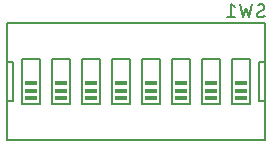
<source format=gbr>
G04 EAGLE Gerber RS-274X export*
G75*
%MOMM*%
%FSLAX34Y34*%
%LPD*%
%INSilkscreen Bottom*%
%IPPOS*%
%AMOC8*
5,1,8,0,0,1.08239X$1,22.5*%
G01*
%ADD10C,0.152400*%
%ADD11R,1.016000X0.381000*%
%ADD12C,0.127000*%


D10*
X389890Y280670D02*
X171450Y280670D01*
X171450Y379730D02*
X389890Y379730D01*
X389890Y346710D01*
X389890Y313690D02*
X384810Y313690D01*
X384810Y346710D01*
X389890Y346710D01*
X389890Y313690D02*
X389890Y280670D01*
X389890Y313690D02*
X389890Y346710D01*
X171450Y313690D02*
X171450Y280670D01*
X171450Y346710D02*
X176530Y346710D01*
X176530Y313690D01*
X171450Y313690D01*
X171450Y346710D02*
X171450Y379730D01*
X171450Y346710D02*
X171450Y313690D01*
X199390Y311150D02*
X199390Y349250D01*
X184150Y349250D01*
X184150Y311150D01*
X199390Y311150D01*
X224790Y311150D02*
X224790Y349250D01*
X209550Y349250D01*
X209550Y311150D01*
X224790Y311150D01*
X250190Y311150D02*
X250190Y349250D01*
X234950Y349250D01*
X234950Y311150D01*
X250190Y311150D01*
X275590Y311150D02*
X275590Y349250D01*
X260350Y349250D01*
X260350Y311150D01*
X275590Y311150D01*
X300990Y311150D02*
X300990Y349250D01*
X285750Y349250D01*
X285750Y311150D01*
X300990Y311150D01*
X326390Y311150D02*
X326390Y349250D01*
X311150Y349250D01*
X311150Y311150D01*
X326390Y311150D01*
X351790Y311150D02*
X351790Y349250D01*
X336550Y349250D01*
X336550Y311150D01*
X351790Y311150D01*
X377190Y311150D02*
X377190Y349250D01*
X361950Y349250D01*
X361950Y311150D01*
X377190Y311150D01*
D11*
X191770Y328295D03*
X191770Y321945D03*
X191770Y315595D03*
X217170Y328295D03*
X217170Y321945D03*
X217170Y315595D03*
X242570Y328295D03*
X242570Y321945D03*
X242570Y315595D03*
X267970Y328295D03*
X267970Y321945D03*
X267970Y315595D03*
X293370Y328295D03*
X293370Y321945D03*
X293370Y315595D03*
X318770Y328295D03*
X318770Y321945D03*
X318770Y315595D03*
X344170Y328295D03*
X344170Y321945D03*
X344170Y315595D03*
X369570Y328295D03*
X369570Y321945D03*
X369570Y315595D03*
D12*
X385445Y384175D02*
X385345Y384177D01*
X385246Y384183D01*
X385146Y384193D01*
X385048Y384206D01*
X384949Y384224D01*
X384852Y384245D01*
X384756Y384270D01*
X384660Y384299D01*
X384566Y384332D01*
X384473Y384368D01*
X384382Y384408D01*
X384292Y384452D01*
X384204Y384499D01*
X384118Y384549D01*
X384034Y384603D01*
X383952Y384660D01*
X383873Y384720D01*
X383795Y384784D01*
X383721Y384850D01*
X383649Y384919D01*
X383580Y384991D01*
X383514Y385065D01*
X383450Y385143D01*
X383390Y385222D01*
X383333Y385304D01*
X383279Y385388D01*
X383229Y385474D01*
X383182Y385562D01*
X383138Y385652D01*
X383098Y385743D01*
X383062Y385836D01*
X383029Y385930D01*
X383000Y386026D01*
X382975Y386122D01*
X382954Y386219D01*
X382936Y386318D01*
X382923Y386416D01*
X382913Y386516D01*
X382907Y386615D01*
X382905Y386715D01*
X385445Y384175D02*
X385586Y384177D01*
X385727Y384182D01*
X385868Y384192D01*
X386009Y384205D01*
X386149Y384221D01*
X386289Y384242D01*
X386428Y384266D01*
X386567Y384294D01*
X386704Y384325D01*
X386841Y384360D01*
X386977Y384398D01*
X387112Y384440D01*
X387245Y384486D01*
X387378Y384535D01*
X387509Y384588D01*
X387638Y384644D01*
X387767Y384703D01*
X387893Y384766D01*
X388018Y384832D01*
X388141Y384901D01*
X388262Y384974D01*
X388381Y385050D01*
X388499Y385129D01*
X388614Y385210D01*
X388726Y385295D01*
X388837Y385383D01*
X388945Y385474D01*
X389051Y385567D01*
X389154Y385664D01*
X389255Y385763D01*
X388938Y393065D02*
X388936Y393165D01*
X388930Y393264D01*
X388920Y393364D01*
X388907Y393462D01*
X388889Y393561D01*
X388868Y393658D01*
X388843Y393754D01*
X388814Y393850D01*
X388781Y393944D01*
X388745Y394037D01*
X388705Y394128D01*
X388661Y394218D01*
X388614Y394306D01*
X388564Y394392D01*
X388510Y394476D01*
X388453Y394558D01*
X388393Y394637D01*
X388329Y394715D01*
X388263Y394789D01*
X388194Y394861D01*
X388122Y394930D01*
X388048Y394996D01*
X387970Y395060D01*
X387891Y395120D01*
X387809Y395177D01*
X387725Y395231D01*
X387639Y395281D01*
X387551Y395328D01*
X387461Y395372D01*
X387370Y395412D01*
X387277Y395448D01*
X387183Y395481D01*
X387087Y395510D01*
X386991Y395535D01*
X386894Y395556D01*
X386795Y395574D01*
X386697Y395587D01*
X386597Y395597D01*
X386498Y395603D01*
X386398Y395605D01*
X386398Y395606D02*
X386265Y395604D01*
X386132Y395599D01*
X385999Y395589D01*
X385866Y395576D01*
X385734Y395559D01*
X385602Y395539D01*
X385471Y395515D01*
X385341Y395487D01*
X385211Y395456D01*
X385083Y395421D01*
X384955Y395382D01*
X384829Y395340D01*
X384704Y395294D01*
X384580Y395245D01*
X384457Y395193D01*
X384336Y395137D01*
X384217Y395077D01*
X384099Y395015D01*
X383984Y394949D01*
X383870Y394880D01*
X383758Y394807D01*
X383648Y394732D01*
X383540Y394653D01*
X387668Y390842D02*
X387752Y390894D01*
X387835Y390949D01*
X387915Y391008D01*
X387993Y391069D01*
X388068Y391133D01*
X388141Y391201D01*
X388212Y391271D01*
X388279Y391343D01*
X388344Y391418D01*
X388406Y391496D01*
X388465Y391576D01*
X388521Y391658D01*
X388573Y391742D01*
X388622Y391828D01*
X388668Y391916D01*
X388711Y392006D01*
X388750Y392097D01*
X388785Y392190D01*
X388817Y392284D01*
X388845Y392379D01*
X388870Y392475D01*
X388890Y392572D01*
X388908Y392670D01*
X388921Y392768D01*
X388930Y392867D01*
X388936Y392966D01*
X388938Y393065D01*
X384175Y388938D02*
X384091Y388886D01*
X384008Y388831D01*
X383928Y388772D01*
X383850Y388711D01*
X383775Y388647D01*
X383702Y388579D01*
X383631Y388509D01*
X383564Y388437D01*
X383499Y388362D01*
X383437Y388284D01*
X383378Y388204D01*
X383322Y388122D01*
X383270Y388038D01*
X383221Y387952D01*
X383175Y387864D01*
X383132Y387774D01*
X383093Y387683D01*
X383058Y387590D01*
X383026Y387496D01*
X382998Y387401D01*
X382973Y387305D01*
X382953Y387208D01*
X382935Y387110D01*
X382922Y387012D01*
X382913Y386913D01*
X382907Y386814D01*
X382905Y386715D01*
X384175Y388938D02*
X387668Y390843D01*
X378587Y395605D02*
X376047Y384175D01*
X373507Y391795D01*
X370967Y384175D01*
X368427Y395605D01*
X363728Y393065D02*
X360553Y395605D01*
X360553Y384175D01*
X363728Y384175D02*
X357378Y384175D01*
M02*

</source>
